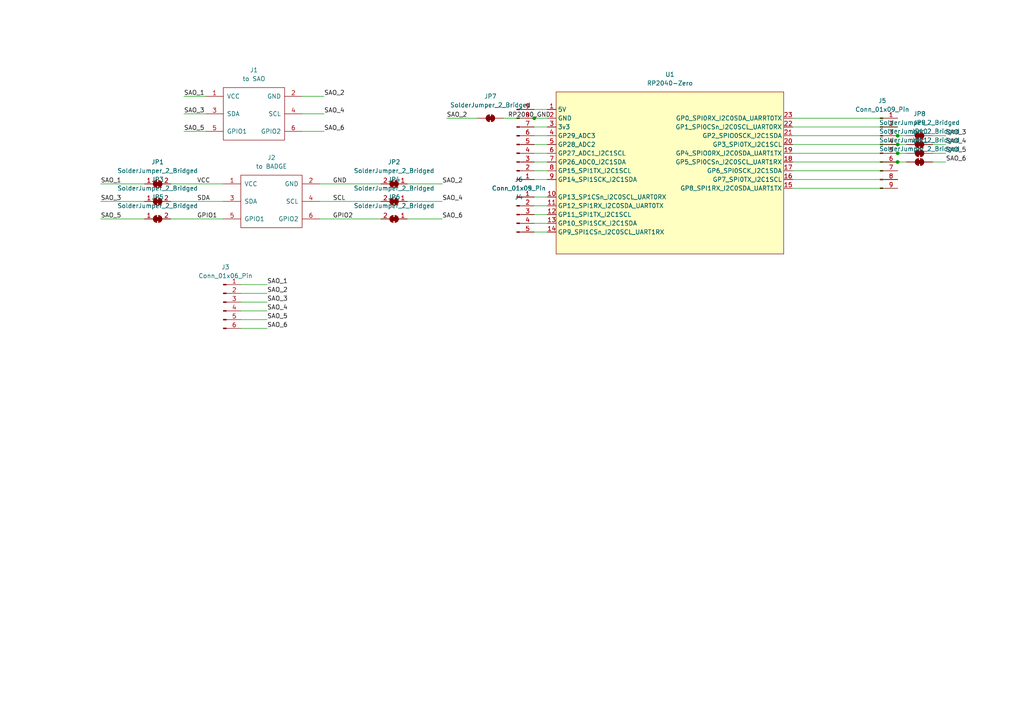
<source format=kicad_sch>
(kicad_sch (version 20231120) (generator "eeschema") (generator_version "8.0")
  (paper "A4")
  (lib_symbols
    (symbol "Connector:Conn_01x05_Pin" (pin_names (offset 1.016) hide)
      (property "Reference" "J" (at 0 7.62 0))
      (property "Value" "Conn_01x05_Pin" (at 0 -7.62 0))
      (symbol "Conn_01x05_Pin_1_1"
        (polyline (pts (xy 1.27 -5.08) (xy 0.8636 -5.08)) (stroke (width 0.1524)))
        (polyline (pts (xy 1.27 -2.54) (xy 0.8636 -2.54)) (stroke (width 0.1524)))
        (polyline (pts (xy 1.27 0) (xy 0.8636 0)) (stroke (width 0.1524)))
        (polyline (pts (xy 1.27 2.54) (xy 0.8636 2.54)) (stroke (width 0.1524)))
        (polyline (pts (xy 1.27 5.08) (xy 0.8636 5.08)) (stroke (width 0.1524)))
        (rectangle (start 0.8636 -4.953) (end 0 -5.207) (stroke (width 0.1524)) (fill (type outline)))
        (rectangle (start 0.8636 -2.413) (end 0 -2.667) (stroke (width 0.1524)) (fill (type outline)))
        (rectangle (start 0.8636 0.127) (end 0 -0.127) (stroke (width 0.1524)) (fill (type outline)))
        (rectangle (start 0.8636 2.667) (end 0 2.413) (stroke (width 0.1524)) (fill (type outline)))
        (rectangle (start 0.8636 5.207) (end 0 4.953) (stroke (width 0.1524)) (fill (type outline)))
        (pin passive line (at 5.08 5.08 180) (length 3.81) (name "Pin_1") (number "1"))
        (pin passive line (at 5.08 2.54 180) (length 3.81) (name "Pin_2") (number "2"))
        (pin passive line (at 5.08 0 180) (length 3.81) (name "Pin_3") (number "3"))
        (pin passive line (at 5.08 -2.54 180) (length 3.81) (name "Pin_4") (number "4"))
        (pin passive line (at 5.08 -5.08 180) (length 3.81) (name "Pin_5") (number "5"))
      )
    )
    (symbol "Connector:Conn_01x06_Pin" (pin_names (offset 1.016) hide)
      (property "Reference" "J" (at 0 7.62 0))
      (property "Value" "Conn_01x06_Pin" (at 0 -10.16 0))
      (symbol "Conn_01x06_Pin_1_1"
        (polyline (pts (xy 1.27 -7.62) (xy 0.8636 -7.62)) (stroke (width 0.1524)))
        (polyline (pts (xy 1.27 -5.08) (xy 0.8636 -5.08)) (stroke (width 0.1524)))
        (polyline (pts (xy 1.27 -2.54) (xy 0.8636 -2.54)) (stroke (width 0.1524)))
        (polyline (pts (xy 1.27 0) (xy 0.8636 0)) (stroke (width 0.1524)))
        (polyline (pts (xy 1.27 2.54) (xy 0.8636 2.54)) (stroke (width 0.1524)))
        (polyline (pts (xy 1.27 5.08) (xy 0.8636 5.08)) (stroke (width 0.1524)))
        (rectangle (start 0.8636 -7.493) (end 0 -7.747) (stroke (width 0.1524)) (fill (type outline)))
        (rectangle (start 0.8636 -4.953) (end 0 -5.207) (stroke (width 0.1524)) (fill (type outline)))
        (rectangle (start 0.8636 -2.413) (end 0 -2.667) (stroke (width 0.1524)) (fill (type outline)))
        (rectangle (start 0.8636 0.127) (end 0 -0.127) (stroke (width 0.1524)) (fill (type outline)))
        (rectangle (start 0.8636 2.667) (end 0 2.413) (stroke (width 0.1524)) (fill (type outline)))
        (rectangle (start 0.8636 5.207) (end 0 4.953) (stroke (width 0.1524)) (fill (type outline)))
        (pin passive line (at 5.08 5.08 180) (length 3.81) (name "Pin_1") (number "1"))
        (pin passive line (at 5.08 2.54 180) (length 3.81) (name "Pin_2") (number "2"))
        (pin passive line (at 5.08 0 180) (length 3.81) (name "Pin_3") (number "3"))
        (pin passive line (at 5.08 -2.54 180) (length 3.81) (name "Pin_4") (number "4"))
        (pin passive line (at 5.08 -5.08 180) (length 3.81) (name "Pin_5") (number "5"))
        (pin passive line (at 5.08 -7.62 180) (length 3.81) (name "Pin_6") (number "6"))
      )
    )
    (symbol "Connector:Conn_01x09_Pin" (pin_names (offset 1.016) hide)
      (property "Reference" "J" (at 0 12.7 0))
      (property "Value" "Conn_01x09_Pin" (at 0 -12.7 0))
      (symbol "Conn_01x09_Pin_1_1"
        (polyline (pts (xy 1.27 -10.16) (xy 0.8636 -10.16)) (stroke (width 0.1524)))
        (polyline (pts (xy 1.27 -7.62) (xy 0.8636 -7.62)) (stroke (width 0.1524)))
        (polyline (pts (xy 1.27 -5.08) (xy 0.8636 -5.08)) (stroke (width 0.1524)))
        (polyline (pts (xy 1.27 -2.54) (xy 0.8636 -2.54)) (stroke (width 0.1524)))
        (polyline (pts (xy 1.27 0) (xy 0.8636 0)) (stroke (width 0.1524)))
        (polyline (pts (xy 1.27 2.54) (xy 0.8636 2.54)) (stroke (width 0.1524)))
        (polyline (pts (xy 1.27 5.08) (xy 0.8636 5.08)) (stroke (width 0.1524)))
        (polyline (pts (xy 1.27 7.62) (xy 0.8636 7.62)) (stroke (width 0.1524)))
        (polyline (pts (xy 1.27 10.16) (xy 0.8636 10.16)) (stroke (width 0.1524)))
        (rectangle (start 0.8636 -10.033) (end 0 -10.287) (stroke (width 0.1524)) (fill (type outline)))
        (rectangle (start 0.8636 -7.493) (end 0 -7.747) (stroke (width 0.1524)) (fill (type outline)))
        (rectangle (start 0.8636 -4.953) (end 0 -5.207) (stroke (width 0.1524)) (fill (type outline)))
        (rectangle (start 0.8636 -2.413) (end 0 -2.667) (stroke (width 0.1524)) (fill (type outline)))
        (rectangle (start 0.8636 0.127) (end 0 -0.127) (stroke (width 0.1524)) (fill (type outline)))
        (rectangle (start 0.8636 2.667) (end 0 2.413) (stroke (width 0.1524)) (fill (type outline)))
        (rectangle (start 0.8636 5.207) (end 0 4.953) (stroke (width 0.1524)) (fill (type outline)))
        (rectangle (start 0.8636 7.747) (end 0 7.493) (stroke (width 0.1524)) (fill (type outline)))
        (rectangle (start 0.8636 10.287) (end 0 10.033) (stroke (width 0.1524)) (fill (type outline)))
        (pin passive line (at 5.08 10.16 180) (length 3.81) (name "Pin_1") (number "1"))
        (pin passive line (at 5.08 7.62 180) (length 3.81) (name "Pin_2") (number "2"))
        (pin passive line (at 5.08 5.08 180) (length 3.81) (name "Pin_3") (number "3"))
        (pin passive line (at 5.08 2.54 180) (length 3.81) (name "Pin_4") (number "4"))
        (pin passive line (at 5.08 0 180) (length 3.81) (name "Pin_5") (number "5"))
        (pin passive line (at 5.08 -2.54 180) (length 3.81) (name "Pin_6") (number "6"))
        (pin passive line (at 5.08 -5.08 180) (length 3.81) (name "Pin_7") (number "7"))
        (pin passive line (at 5.08 -7.62 180) (length 3.81) (name "Pin_8") (number "8"))
        (pin passive line (at 5.08 -10.16 180) (length 3.81) (name "Pin_9") (number "9"))
      )
    )
    (symbol "Jumper:SolderJumper_2_Bridged" (pin_names (offset 0) hide) (exclude_from_sim yes) (in_bom no)
      (property "Reference" "JP" (at 0 2.032 0))
      (property "Value" "SolderJumper_2_Bridged" (at 0 -2.54 0))
      (symbol "SolderJumper_2_Bridged_0_1"
        (rectangle (start -0.508 0.508) (end 0.508 -0.508) (fill (type outline)))
        (arc (start -0.254 1.016) (mid -1.2656 0) (end -0.254 -1.016))
        (arc (start -0.254 1.016) (mid -1.2656 0) (end -0.254 -1.016) (fill (type outline)))
        (polyline (pts (xy -0.254 1.016) (xy -0.254 -1.016)))
        (polyline (pts (xy 0.254 1.016) (xy 0.254 -1.016)))
        (arc (start 0.254 -1.016) (mid 1.2656 0) (end 0.254 1.016))
        (arc (start 0.254 -1.016) (mid 1.2656 0) (end 0.254 1.016) (fill (type outline)))
      )
      (symbol "SolderJumper_2_Bridged_1_1"
        (pin passive line (at -3.81 0 0) (length 2.54) (name "A") (number "1"))
        (pin passive line (at 3.81 0 180) (length 2.54) (name "B") (number "2"))
      )
    )
    (symbol "Simple_Addon_v2:Simple_Addon_v2" (pin_names (offset 1.016))
      (property "Reference" "X" (at 0 0 0))
      (property "Value" "Simple_Addon_v2" (at 0 20.32 0))
      (symbol "Simple_Addon_v2_0_1"
        (rectangle (start -7.62 8.89) (end 7.62 -8.89))
      )
      (symbol "Simple_Addon_v2_1_1"
        (pin input line (at -5.08 13.97 270) (length 5.08) (name "VCC") (number "1"))
        (pin input line (at -5.08 -13.97 90) (length 5.08) (name "GND") (number "2"))
        (pin input line (at 0 13.97 270) (length 5.08) (name "SDA") (number "3"))
        (pin input line (at 0 -13.97 90) (length 5.08) (name "SCL") (number "4"))
        (pin input line (at 5.08 13.97 270) (length 5.08) (name "GPIO1") (number "5"))
        (pin input line (at 5.08 -13.97 90) (length 5.08) (name "GPIO2") (number "6"))
      )
    )
    (symbol "SolderJumper_2_Bridged_1" (pin_names (offset 0) hide) (exclude_from_sim yes) (in_bom no)
      (property "Reference" "JP" (at 0 2.032 0))
      (property "Value" "SolderJumper_2_Bridged" (at 0 -2.54 0))
      (symbol "SolderJumper_2_Bridged_1_0_1"
        (rectangle (start -0.508 0.508) (end 0.508 -0.508) (fill (type outline)))
        (arc (start -0.254 1.016) (mid -1.2656 0) (end -0.254 -1.016))
        (arc (start -0.254 1.016) (mid -1.2656 0) (end -0.254 -1.016) (fill (type outline)))
        (polyline (pts (xy -0.254 1.016) (xy -0.254 -1.016)))
        (polyline (pts (xy 0.254 1.016) (xy 0.254 -1.016)))
        (arc (start 0.254 -1.016) (mid 1.2656 0) (end 0.254 1.016))
        (arc (start 0.254 -1.016) (mid 1.2656 0) (end 0.254 1.016) (fill (type outline)))
      )
      (symbol "SolderJumper_2_Bridged_1_1_1"
        (pin passive line (at -3.81 0 0) (length 2.54) (name "A") (number "1"))
        (pin passive line (at 3.81 0 180) (length 2.54) (name "B") (number "2"))
      )
    )
    (symbol "SolderJumper_2_Bridged_2" (pin_names (offset 0) hide) (exclude_from_sim yes) (in_bom no)
      (property "Reference" "JP" (at 0 2.032 0))
      (property "Value" "SolderJumper_2_Bridged" (at 0 -2.54 0))
      (symbol "SolderJumper_2_Bridged_2_0_1"
        (rectangle (start -0.508 0.508) (end 0.508 -0.508) (fill (type outline)))
        (arc (start -0.254 1.016) (mid -1.2656 0) (end -0.254 -1.016))
        (arc (start -0.254 1.016) (mid -1.2656 0) (end -0.254 -1.016) (fill (type outline)))
        (polyline (pts (xy -0.254 1.016) (xy -0.254 -1.016)))
        (polyline (pts (xy 0.254 1.016) (xy 0.254 -1.016)))
        (arc (start 0.254 -1.016) (mid 1.2656 0) (end 0.254 1.016))
        (arc (start 0.254 -1.016) (mid 1.2656 0) (end 0.254 1.016) (fill (type outline)))
      )
      (symbol "SolderJumper_2_Bridged_2_1_1"
        (pin passive line (at -3.81 0 0) (length 2.54) (name "A") (number "1"))
        (pin passive line (at 3.81 0 180) (length 2.54) (name "B") (number "2"))
      )
    )
    (symbol "SolderJumper_2_Bridged_3" (pin_names (offset 0) hide) (exclude_from_sim yes) (in_bom no)
      (property "Reference" "JP" (at 0 2.032 0))
      (property "Value" "SolderJumper_2_Bridged" (at 0 -2.54 0))
      (symbol "SolderJumper_2_Bridged_3_0_1"
        (rectangle (start -0.508 0.508) (end 0.508 -0.508) (fill (type outline)))
        (arc (start -0.254 1.016) (mid -1.2656 0) (end -0.254 -1.016))
        (arc (start -0.254 1.016) (mid -1.2656 0) (end -0.254 -1.016) (fill (type outline)))
        (polyline (pts (xy -0.254 1.016) (xy -0.254 -1.016)))
        (polyline (pts (xy 0.254 1.016) (xy 0.254 -1.016)))
        (arc (start 0.254 -1.016) (mid 1.2656 0) (end 0.254 1.016))
        (arc (start 0.254 -1.016) (mid 1.2656 0) (end 0.254 1.016) (fill (type outline)))
      )
      (symbol "SolderJumper_2_Bridged_3_1_1"
        (pin passive line (at -3.81 0 0) (length 2.54) (name "A") (number "1"))
        (pin passive line (at 3.81 0 180) (length 2.54) (name "B") (number "2"))
      )
    )
    (symbol "SolderJumper_2_Bridged_4" (pin_names (offset 0) hide) (exclude_from_sim yes) (in_bom no)
      (property "Reference" "JP" (at 0 2.032 0))
      (property "Value" "SolderJumper_2_Bridged" (at 0 -2.54 0))
      (symbol "SolderJumper_2_Bridged_4_0_1"
        (rectangle (start -0.508 0.508) (end 0.508 -0.508) (fill (type outline)))
        (arc (start -0.254 1.016) (mid -1.2656 0) (end -0.254 -1.016))
        (arc (start -0.254 1.016) (mid -1.2656 0) (end -0.254 -1.016) (fill (type outline)))
        (polyline (pts (xy -0.254 1.016) (xy -0.254 -1.016)))
        (polyline (pts (xy 0.254 1.016) (xy 0.254 -1.016)))
        (arc (start 0.254 -1.016) (mid 1.2656 0) (end 0.254 1.016))
        (arc (start 0.254 -1.016) (mid 1.2656 0) (end 0.254 1.016) (fill (type outline)))
      )
      (symbol "SolderJumper_2_Bridged_4_1_1"
        (pin passive line (at -3.81 0 0) (length 2.54) (name "A") (number "1"))
        (pin passive line (at 3.81 0 180) (length 2.54) (name "B") (number "2"))
      )
    )
    (symbol "SolderJumper_2_Bridged_5" (pin_names (offset 0) hide) (exclude_from_sim yes) (in_bom no)
      (property "Reference" "JP" (at 0 2.032 0))
      (property "Value" "SolderJumper_2_Bridged" (at 0 -2.54 0))
      (symbol "SolderJumper_2_Bridged_5_0_1"
        (rectangle (start -0.508 0.508) (end 0.508 -0.508) (fill (type outline)))
        (arc (start -0.254 1.016) (mid -1.2656 0) (end -0.254 -1.016))
        (arc (start -0.254 1.016) (mid -1.2656 0) (end -0.254 -1.016) (fill (type outline)))
        (polyline (pts (xy -0.254 1.016) (xy -0.254 -1.016)))
        (polyline (pts (xy 0.254 1.016) (xy 0.254 -1.016)))
        (arc (start 0.254 -1.016) (mid 1.2656 0) (end 0.254 1.016))
        (arc (start 0.254 -1.016) (mid 1.2656 0) (end 0.254 1.016) (fill (type outline)))
      )
      (symbol "SolderJumper_2_Bridged_5_1_1"
        (pin passive line (at -3.81 0 0) (length 2.54) (name "A") (number "1"))
        (pin passive line (at 3.81 0 180) (length 2.54) (name "B") (number "2"))
      )
    )
    (symbol "SolderJumper_2_Bridged_6" (pin_numbers hide) (pin_names (offset 0) hide) (exclude_from_sim yes) (in_bom no)
      (property "Reference" "JP" (at 0 2.032 0))
      (property "Value" "SolderJumper_2_Bridged" (at 0 -2.54 0))
      (symbol "SolderJumper_2_Bridged_6_0_1"
        (rectangle (start -0.508 0.508) (end 0.508 -0.508) (fill (type outline)))
        (arc (start -0.254 1.016) (mid -1.2656 0) (end -0.254 -1.016))
        (arc (start -0.254 1.016) (mid -1.2656 0) (end -0.254 -1.016) (fill (type outline)))
        (polyline (pts (xy -0.254 1.016) (xy -0.254 -1.016)))
        (polyline (pts (xy 0.254 1.016) (xy 0.254 -1.016)))
        (arc (start 0.254 -1.016) (mid 1.2656 0) (end 0.254 1.016))
        (arc (start 0.254 -1.016) (mid 1.2656 0) (end 0.254 1.016) (fill (type outline)))
      )
      (symbol "SolderJumper_2_Bridged_6_1_1"
        (pin passive line (at -3.81 0 0) (length 2.54) (name "A") (number "1"))
        (pin passive line (at 3.81 0 180) (length 2.54) (name "B") (number "2"))
      )
    )
    (symbol "WaveShare-RP2040:RP2040-Zero"
      (property "Reference" "U" (at -2.286 24.638 0))
      (property "Value" "RP2040-Zero" (at -0.254 -28.194 0))
      (symbol "RP2040-Zero_1_1"
        (rectangle (start -30.48 22.86) (end 35.56 -24.13) (fill (type background)))
        (pin power_in line (at -33.02 17.78 0) (length 2.54) (name "5V") (number "1"))
        (pin bidirectional line (at -33.02 -7.62 0) (length 2.54) (name "GP13_SP1CSn_I2C0SCL_UART0RX") (number "10"))
        (pin bidirectional line (at -33.02 -10.16 0) (length 2.54) (name "GP12_SPI1RX_I2C0SDA_UART0TX") (number "11"))
        (pin bidirectional line (at -33.02 -12.7 0) (length 2.54) (name "GP11_SPI1TX_I2C1SCL") (number "12"))
        (pin bidirectional line (at -33.02 -15.24 0) (length 2.54) (name "GP10_SPI1SCK_I2C1SDA") (number "13"))
        (pin bidirectional line (at -33.02 -17.78 0) (length 2.54) (name "GP9_SPI1CSn_I2C0SCL_UART1RX") (number "14"))
        (pin bidirectional line (at 38.1 -5.08 180) (length 2.54) (name "GP8_SPI1RX_I2C0SDA_UART1TX") (number "15"))
        (pin bidirectional line (at 38.1 -2.54 180) (length 2.54) (name "GP7_SPI0TX_I2C1SCL") (number "16"))
        (pin bidirectional line (at 38.1 0 180) (length 2.54) (name "GP6_SPI0SCK_I2C1SDA") (number "17"))
        (pin bidirectional line (at 38.1 2.54 180) (length 2.54) (name "GP5_SPI0CSn_I2C0SCL_UART1RX") (number "18"))
        (pin bidirectional line (at 38.1 5.08 180) (length 2.54) (name "GP4_SPIO0RX_I2C0SDA_UART1TX") (number "19"))
        (pin power_in line (at -33.02 15.24 0) (length 2.54) (name "GND") (number "2"))
        (pin bidirectional line (at 38.1 7.62 180) (length 2.54) (name "GP3_SPI0TX_I2C1SCL") (number "20"))
        (pin bidirectional line (at 38.1 10.16 180) (length 2.54) (name "GP2_SPIO0SCK_I2C1SDA") (number "21"))
        (pin bidirectional line (at 38.1 12.7 180) (length 2.54) (name "GP1_SPI0CSn_I2C0SCL_UART0RX") (number "22"))
        (pin bidirectional line (at 38.1 15.24 180) (length 2.54) (name "GP0_SPI0RX_I2C0SDA_UARRT0TX") (number "23"))
        (pin power_in line (at -33.02 12.7 0) (length 2.54) (name "3v3") (number "3"))
        (pin bidirectional line (at -33.02 10.16 0) (length 2.54) (name "GP29_ADC3") (number "4"))
        (pin bidirectional line (at -33.02 7.62 0) (length 2.54) (name "GP28_ADC2") (number "5"))
        (pin bidirectional line (at -33.02 5.08 0) (length 2.54) (name "GP27_ADC1_I2C1SCL") (number "6"))
        (pin bidirectional line (at -33.02 2.54 0) (length 2.54) (name "GP26_ADC0_I2C1SDA") (number "7"))
        (pin bidirectional line (at -33.02 0 0) (length 2.54) (name "GP15_SPI1TX_I2C1SCL") (number "8"))
        (pin bidirectional line (at -33.02 -2.54 0) (length 2.54) (name "GP14_SPI1SCK_I2C1SDA") (number "9"))
      )
    )
  )
  (junction (at 154.94 34.29))
  (junction (at 260.35 44.45))
  (junction (at 260.35 41.91))
  (junction (at 260.35 46.99))
  (junction (at 260.35 39.37))
  (wire (pts (xy 49.53 53.34) (xy 64.77 53.34)))
  (wire (pts (xy 29.21 53.34) (xy 41.91 53.34)))
  (wire (pts (xy 87.63 33.02) (xy 93.98 33.02)))
  (wire (pts (xy 154.94 62.23) (xy 158.75 62.23)))
  (wire (pts (xy 154.94 59.69) (xy 158.75 59.69)))
  (wire (pts (xy 69.85 90.17) (xy 77.47 90.17)))
  (wire (pts (xy 53.34 38.1) (xy 59.69 38.1)))
  (wire (pts (xy 154.94 46.99) (xy 158.75 46.99)))
  (wire (pts (xy 87.63 27.94) (xy 93.98 27.94)))
  (wire (pts (xy 129.54 34.29) (xy 138.43 34.29)))
  (wire (pts (xy 229.87 46.99) (xy 260.35 46.99)))
  (wire (pts (xy 154.94 36.83) (xy 158.75 36.83)))
  (wire (pts (xy 154.94 64.77) (xy 158.75 64.77)))
  (wire (pts (xy 154.94 67.31) (xy 158.75 67.31)))
  (wire (pts (xy 229.87 34.29) (xy 260.35 34.29)))
  (wire (pts (xy 118.11 63.5) (xy 128.27 63.5)))
  (wire (pts (xy 69.85 95.25) (xy 77.47 95.25)))
  (wire (pts (xy 69.85 92.71) (xy 77.47 92.71)))
  (wire (pts (xy 154.94 52.07) (xy 158.75 52.07)))
  (wire (pts (xy 146.05 34.29) (xy 154.94 34.29)))
  (wire (pts (xy 229.87 54.61) (xy 260.35 54.61)))
  (wire (pts (xy 92.71 53.34) (xy 110.49 53.34)))
  (wire (pts (xy 87.63 38.1) (xy 93.98 38.1)))
  (wire (pts (xy 53.34 27.94) (xy 59.69 27.94)))
  (wire (pts (xy 154.94 34.29) (xy 158.75 34.29)))
  (wire (pts (xy 229.87 52.07) (xy 260.35 52.07)))
  (wire (pts (xy 262.89 46.99) (xy 260.35 46.99)))
  (wire (pts (xy 262.89 39.37) (xy 260.35 39.37)))
  (wire (pts (xy 53.34 33.02) (xy 59.69 33.02)))
  (wire (pts (xy 69.85 82.55) (xy 77.47 82.55)))
  (wire (pts (xy 118.11 58.42) (xy 128.27 58.42)))
  (wire (pts (xy 154.94 39.37) (xy 158.75 39.37)))
  (wire (pts (xy 49.53 63.5) (xy 64.77 63.5)))
  (wire (pts (xy 260.35 41.91) (xy 229.87 41.91)))
  (wire (pts (xy 270.51 44.45) (xy 274.32 44.45)))
  (wire (pts (xy 260.35 44.45) (xy 262.89 44.45)))
  (wire (pts (xy 229.87 36.83) (xy 260.35 36.83)))
  (wire (pts (xy 274.32 39.37) (xy 270.51 39.37)))
  (wire (pts (xy 29.21 58.42) (xy 41.91 58.42)))
  (wire (pts (xy 274.32 46.99) (xy 270.51 46.99)))
  (wire (pts (xy 229.87 49.53) (xy 260.35 49.53)))
  (wire (pts (xy 69.85 85.09) (xy 77.47 85.09)))
  (wire (pts (xy 229.87 39.37) (xy 260.35 39.37)))
  (wire (pts (xy 154.94 44.45) (xy 158.75 44.45)))
  (wire (pts (xy 260.35 41.91) (xy 262.89 41.91)))
  (wire (pts (xy 92.71 63.5) (xy 110.49 63.5)))
  (wire (pts (xy 92.71 58.42) (xy 110.49 58.42)))
  (wire (pts (xy 154.94 49.53) (xy 158.75 49.53)))
  (wire (pts (xy 154.94 57.15) (xy 158.75 57.15)))
  (wire (pts (xy 49.53 58.42) (xy 64.77 58.42)))
  (wire (pts (xy 29.21 63.5) (xy 41.91 63.5)))
  (wire (pts (xy 154.94 41.91) (xy 158.75 41.91)))
  (wire (pts (xy 260.35 44.45) (xy 229.87 44.45)))
  (wire (pts (xy 270.51 41.91) (xy 274.32 41.91)))
  (wire (pts (xy 69.85 87.63) (xy 77.47 87.63)))
  (wire (pts (xy 154.94 31.75) (xy 158.75 31.75)))
  (wire (pts (xy 118.11 53.34) (xy 128.27 53.34)))
  (label "SAO_4" (at 128.27 58.42 0))
  (label "SAO_4" (at 77.47 90.17 0))
  (label "SAO_1" (at 77.47 82.55 0))
  (label "SAO_1" (at 53.34 27.94 0))
  (label "SAO_6" (at 93.98 38.1 0))
  (label "SAO_3" (at 274.32 39.37 0))
  (label "SDA" (at 57.15 58.42 0))
  (label "SAO_6" (at 274.32 46.99 0))
  (label "SAO_3" (at 29.21 58.42 0))
  (label "SAO_2" (at 129.54 34.29 0))
  (label "SCL" (at 96.52 58.42 0))
  (label "SAO_3" (at 77.47 87.63 0))
  (label "SAO_6" (at 77.47 95.25 0))
  (label "SAO_6" (at 128.27 63.5 0))
  (label "RP2040_GND" (at 147.32 34.29 0))
  (label "SAO_2" (at 128.27 53.34 0))
  (label "SAO_4" (at 274.32 41.91 0))
  (label "GPIO2" (at 96.52 63.5 0))
  (label "VCC" (at 57.15 53.34 0))
  (label "SAO_2" (at 77.47 85.09 0))
  (label "SAO_5" (at 53.34 38.1 0))
  (label "SAO_5" (at 29.21 63.5 0))
  (label "SAO_5" (at 274.32 44.45 0))
  (label "SAO_3" (at 53.34 33.02 0))
  (label "GND" (at 96.52 53.34 0))
  (label "SAO_4" (at 93.98 33.02 0))
  (label "SAO_1" (at 29.21 53.34 0))
  (label "SAO_5" (at 77.47 92.71 0))
  (label "GPIO1" (at 57.15 63.5 0))
  (label "SAO_2" (at 93.98 27.94 0))
  (symbol (lib_name "SolderJumper_2_Bridged_6") (lib_id "Jumper:SolderJumper_2_Bridged") (at 142.24 34.29 0) (unit 1) (exclude_from_sim yes) (in_bom no)
    (property "Reference" "JP7" (at 142.24 27.94 0))
    (property "Value" "SolderJumper_2_Bridged" (at 142.24 30.48 0))
    (property "Footprint" "Jumper:SolderJumper-2_P1.3mm_Bridged2Bar_RoundedPad1.0x1.5mm" (effects (hide yes)))
    (property "Description" "Solder Jumper, 2-pole, closed/bridged" (effects (hide yes)))
  )
  (symbol (lib_id "Jumper:SolderJumper_2_Bridged") (at 45.72 53.34 0) (unit 1) (exclude_from_sim yes) (in_bom no)
    (property "Reference" "JP1" (at 45.72 46.99 0))
    (property "Value" "SolderJumper_2_Bridged" (at 45.72 49.53 0))
    (property "Footprint" "SAO-Util:SolderJumper-2_Bridged_Pad_Holes" (effects (hide yes)))
    (property "Description" "Solder Jumper, 2-pole, closed/bridged" (effects (hide yes)))
  )
  (symbol (lib_name "SolderJumper_2_Bridged_5") (lib_id "Jumper:SolderJumper_2_Bridged") (at 45.72 58.42 0) (unit 1) (exclude_from_sim yes) (in_bom no)
    (property "Reference" "JP3" (at 45.72 52.07 0))
    (property "Value" "SolderJumper_2_Bridged" (at 45.72 54.61 0))
    (property "Footprint" "SAO-Util:SolderJumper-2_Bridged_Pad_Holes" (effects (hide yes)))
    (property "Description" "Solder Jumper, 2-pole, closed/bridged" (effects (hide yes)))
  )
  (symbol (lib_name "SolderJumper_2_Bridged_6") (lib_id "Jumper:SolderJumper_2_Bridged") (at 266.7 39.37 0) (unit 1) (exclude_from_sim yes) (in_bom no)
    (property "Reference" "JP8" (at 266.7 33.02 0))
    (property "Value" "SolderJumper_2_Bridged" (at 266.7 35.56 0))
    (property "Footprint" "Jumper:SolderJumper-2_P1.3mm_Bridged2Bar_RoundedPad1.0x1.5mm" (effects (hide yes)))
    (property "Description" "Solder Jumper, 2-pole, closed/bridged" (effects (hide yes)))
  )
  (symbol (lib_id "Connector:Conn_01x09_Pin") (at 255.27 44.45 0) (unit 1)
    (property "Reference" "J5" (at 255.905 29.21 0))
    (property "Value" "Conn_01x09_Pin" (at 255.905 31.75 0))
    (property "Footprint" "Connector_PinHeader_2.54mm:PinHeader_1x09_P2.54mm_Horizontal" (effects (hide yes)))
    (property "Description" "Generic connector, single row, 01x09, script generated" (effects (hide yes)))
  )
  (symbol (lib_name "SolderJumper_2_Bridged_4") (lib_id "Jumper:SolderJumper_2_Bridged") (at 45.72 63.5 0) (unit 1) (exclude_from_sim yes) (in_bom no)
    (property "Reference" "JP5" (at 45.72 57.15 0))
    (property "Value" "SolderJumper_2_Bridged" (at 45.72 59.69 0))
    (property "Footprint" "SAO-Util:SolderJumper-2_Bridged_Pad_Holes" (effects (hide yes)))
    (property "Description" "Solder Jumper, 2-pole, closed/bridged" (effects (hide yes)))
  )
  (symbol (lib_name "SolderJumper_2_Bridged_6") (lib_id "Jumper:SolderJumper_2_Bridged") (at 266.7 44.45 0) (unit 1) (exclude_from_sim yes) (in_bom no)
    (property "Reference" "JP10" (at 266.7 38.1 0))
    (property "Value" "SolderJumper_2_Bridged" (at 266.7 40.64 0))
    (property "Footprint" "Jumper:SolderJumper-2_P1.3mm_Bridged2Bar_RoundedPad1.0x1.5mm" (effects (hide yes)))
    (property "Description" "Solder Jumper, 2-pole, closed/bridged" (effects (hide yes)))
  )
  (symbol (lib_id "Connector:Conn_01x05_Pin") (at 149.86 62.23 0) (unit 1)
    (property "Reference" "J6" (at 150.495 52.07 0))
    (property "Value" "Conn_01x05_Pin" (at 150.495 54.61 0))
    (property "Footprint" "Connector_PinHeader_2.54mm:PinHeader_1x05_P2.54mm_Vertical" (effects (hide yes)))
    (property "Description" "Generic connector, single row, 01x05, script generated" (effects (hide yes)))
  )
  (symbol (lib_name "SolderJumper_2_Bridged_6") (lib_id "Jumper:SolderJumper_2_Bridged") (at 266.7 41.91 0) (unit 1) (exclude_from_sim yes) (in_bom no)
    (property "Reference" "JP9" (at 266.7 35.56 0))
    (property "Value" "SolderJumper_2_Bridged" (at 266.7 38.1 0))
    (property "Footprint" "Jumper:SolderJumper-2_P1.3mm_Bridged2Bar_RoundedPad1.0x1.5mm" (effects (hide yes)))
    (property "Description" "Solder Jumper, 2-pole, closed/bridged" (effects (hide yes)))
  )
  (symbol (lib_name "SolderJumper_2_Bridged_1") (lib_id "Jumper:SolderJumper_2_Bridged") (at 114.3 53.34 0) (mirror y) (unit 1) (exclude_from_sim yes) (in_bom no)
    (property "Reference" "JP2" (at 114.3 46.99 0))
    (property "Value" "SolderJumper_2_Bridged" (at 114.3 49.53 0))
    (property "Footprint" "SAO-Util:SolderJumper-2_Bridged_Pad_Holes" (effects (hide yes)))
    (property "Description" "Solder Jumper, 2-pole, closed/bridged" (effects (hide yes)))
  )
  (symbol (lib_id "WaveShare-RP2040:RP2040-Zero") (at 191.77 49.53 0) (unit 1)
    (property "Reference" "U1" (at 194.31 21.59 0))
    (property "Value" "RP2040-Zero" (at 194.31 24.13 0))
    (property "Footprint" "WaveShare:RP2040-Zero-PinHeaders" (effects (hide yes)))
    (property "Datasheet" "https://www.waveshare.com/wiki/RP2040-Zero" (effects (hide yes)))
  )
  (symbol (lib_name "SolderJumper_2_Bridged_2") (lib_id "Jumper:SolderJumper_2_Bridged") (at 114.3 58.42 0) (mirror y) (unit 1) (exclude_from_sim yes) (in_bom no)
    (property "Reference" "JP4" (at 114.3 52.07 0))
    (property "Value" "SolderJumper_2_Bridged" (at 114.3 54.61 0))
    (property "Footprint" "SAO-Util:SolderJumper-2_Bridged_Pad_Holes" (effects (hide yes)))
    (property "Description" "Solder Jumper, 2-pole, closed/bridged" (effects (hide yes)))
  )
  (symbol (lib_id "Connector:Conn_01x09_Pin") (at 149.86 41.91 0) (mirror x) (unit 1)
    (property "Reference" "J4" (at 150.495 57.15 0))
    (property "Value" "Conn_01x09_Pin" (at 150.495 54.61 0))
    (property "Footprint" "Connector_PinHeader_2.54mm:PinHeader_1x09_P2.54mm_Horizontal" (effects (hide yes)))
    (property "Description" "Generic connector, single row, 01x09, script generated" (effects (hide yes)))
  )
  (symbol (lib_name "SolderJumper_2_Bridged_6") (lib_id "Jumper:SolderJumper_2_Bridged") (at 266.7 46.99 0) (unit 1) (exclude_from_sim yes) (in_bom no)
    (property "Reference" "JP11" (at 266.7 40.64 0))
    (property "Value" "SolderJumper_2_Bridged" (at 266.7 43.18 0))
    (property "Footprint" "Jumper:SolderJumper-2_P1.3mm_Bridged2Bar_RoundedPad1.0x1.5mm" (effects (hide yes)))
    (property "Description" "Solder Jumper, 2-pole, closed/bridged" (effects (hide yes)))
  )
  (symbol (lib_id "Simple_Addon_v2:Simple_Addon_v2") (at 73.66 33.02 90) (mirror x) (unit 1)
    (property "Reference" "J1" (at 73.66 20.32 90))
    (property "Value" "to SAO" (at 73.66 22.86 90))
    (property "Footprint" "Simple_Addon_v2:Simple_Addon_v2-BADGE-2x3" (effects (hide yes)))
    (property "Description" "Generic connector, double row, 02x03, odd/even pin numbering scheme (row 1 odd numbers, row 2 even numbers), script generated (kicad-library-utils/schlib/autogen/connector/)" (effects (hide yes)))
  )
  (symbol (lib_id "Simple_Addon_v2:Simple_Addon_v2") (at 78.74 58.42 90) (mirror x) (unit 1)
    (property "Reference" "J2" (at 78.74 45.72 90))
    (property "Value" "to BADGE" (at 78.74 48.26 90))
    (property "Footprint" "Simple_Addon_v2:Simple_Addon_v2-SAO-2x3" (effects (hide yes)))
    (property "Description" "Generic connector, double row, 02x03, odd/even pin numbering scheme (row 1 odd numbers, row 2 even numbers), script generated (kicad-library-utils/schlib/autogen/connector/)" (effects (hide yes)))
  )
  (symbol (lib_id "Connector:Conn_01x06_Pin") (at 64.77 87.63 0) (unit 1)
    (property "Reference" "J3" (at 65.405 77.47 0))
    (property "Value" "Conn_01x06_Pin" (at 65.405 80.01 0))
    (property "Footprint" "Connector_PinHeader_2.54mm:PinHeader_1x06_P2.54mm_Horizontal" (effects (hide yes)))
    (property "Description" "Generic connector, single row, 01x06, script generated" (effects (hide yes)))
  )
  (symbol (lib_name "SolderJumper_2_Bridged_3") (lib_id "Jumper:SolderJumper_2_Bridged") (at 114.3 63.5 0) (mirror y) (unit 1) (exclude_from_sim yes) (in_bom no)
    (property "Reference" "JP6" (at 114.3 57.15 0))
    (property "Value" "SolderJumper_2_Bridged" (at 114.3 59.69 0))
    (property "Footprint" "SAO-Util:SolderJumper-2_Bridged_Pad_Holes" (effects (hide yes)))
    (property "Description" "Solder Jumper, 2-pole, closed/bridged" (effects (hide yes)))
  )
)
</source>
